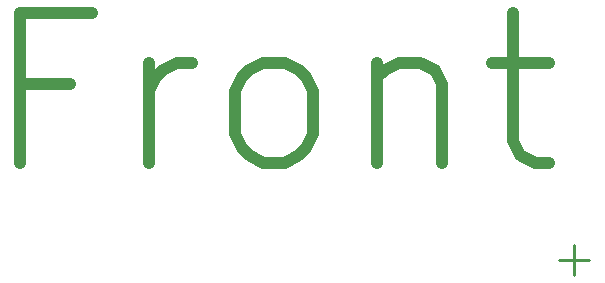
<source format=gbr>
G04 #@! TF.FileFunction,Copper,L1,Top,Signal*
%FSLAX46Y46*%
G04 Gerber Fmt 4.6, Leading zero omitted, Abs format (unit mm)*
G04 Created by KiCad (PCBNEW 4.0.7+dfsg1-1) date Fri Aug  3 22:35:36 2018*
%MOMM*%
%LPD*%
G01*
G04 APERTURE LIST*
%ADD10C,0.100000*%
%ADD11C,1.000000*%
%ADD12C,0.250000*%
G04 APERTURE END LIST*
D10*
D11*
X123734286Y-68942857D02*
X119500953Y-68942857D01*
X119500953Y-75595238D02*
X119500953Y-62895238D01*
X125548572Y-62895238D01*
X130386667Y-75595238D02*
X130386667Y-67128571D01*
X130386667Y-69547619D02*
X130991428Y-68338095D01*
X131596190Y-67733333D01*
X132805714Y-67128571D01*
X134015238Y-67128571D01*
X140062857Y-75595238D02*
X138853333Y-74990476D01*
X138248572Y-74385714D01*
X137643810Y-73176190D01*
X137643810Y-69547619D01*
X138248572Y-68338095D01*
X138853333Y-67733333D01*
X140062857Y-67128571D01*
X141877143Y-67128571D01*
X143086667Y-67733333D01*
X143691429Y-68338095D01*
X144296191Y-69547619D01*
X144296191Y-73176190D01*
X143691429Y-74385714D01*
X143086667Y-74990476D01*
X141877143Y-75595238D01*
X140062857Y-75595238D01*
X149739048Y-67128571D02*
X149739048Y-75595238D01*
X149739048Y-68338095D02*
X150343809Y-67733333D01*
X151553333Y-67128571D01*
X153367619Y-67128571D01*
X154577143Y-67733333D01*
X155181905Y-68942857D01*
X155181905Y-75595238D01*
X159415238Y-67128571D02*
X164253333Y-67128571D01*
X161229524Y-62895238D02*
X161229524Y-73780952D01*
X161834285Y-74990476D01*
X163043809Y-75595238D01*
X164253333Y-75595238D01*
D12*
X165100000Y-83820000D02*
X167640000Y-83820000D01*
X166370000Y-85090000D02*
X166370000Y-82550000D01*
M02*

</source>
